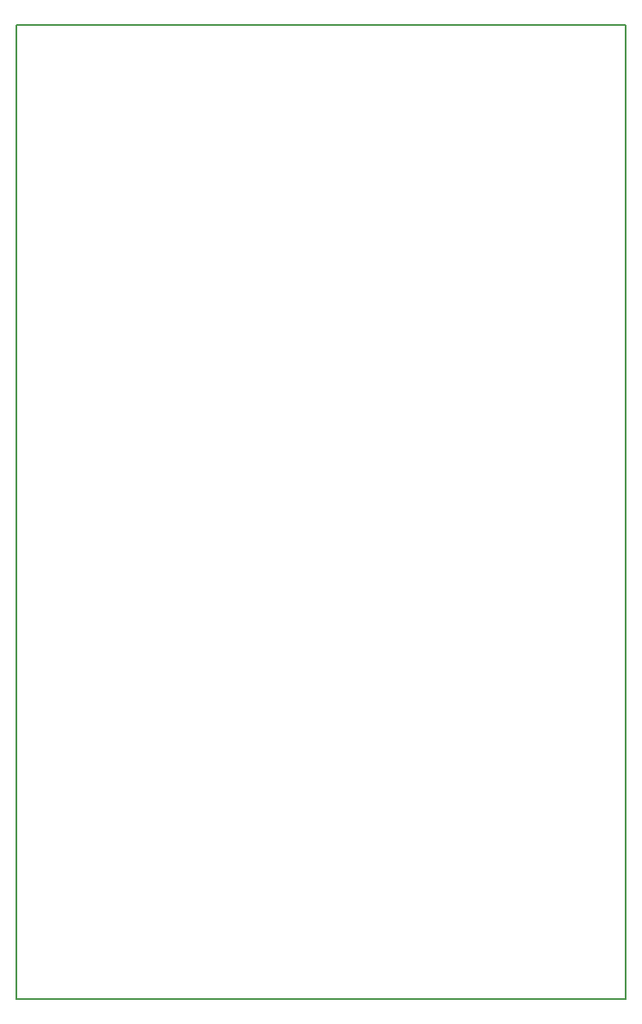
<source format=gm1>
G04 #@! TF.GenerationSoftware,KiCad,Pcbnew,(6.0.4-0)*
G04 #@! TF.CreationDate,2022-08-24T21:25:05+02:00*
G04 #@! TF.ProjectId,Mezmerize_B1_Controller,4d657a6d-6572-4697-9a65-5f42315f436f,rev?*
G04 #@! TF.SameCoordinates,Original*
G04 #@! TF.FileFunction,Profile,NP*
%FSLAX46Y46*%
G04 Gerber Fmt 4.6, Leading zero omitted, Abs format (unit mm)*
G04 Created by KiCad (PCBNEW (6.0.4-0)) date 2022-08-24 21:25:05*
%MOMM*%
%LPD*%
G01*
G04 APERTURE LIST*
G04 #@! TA.AperFunction,Profile*
%ADD10C,0.150000*%
G04 #@! TD*
G04 APERTURE END LIST*
D10*
X120000000Y-50000000D02*
X180000000Y-50000000D01*
X120000000Y-145780000D02*
X120000000Y-50000000D01*
X180000000Y-145780000D02*
X120000000Y-145780000D01*
X180000000Y-50000000D02*
X180000000Y-145780000D01*
M02*

</source>
